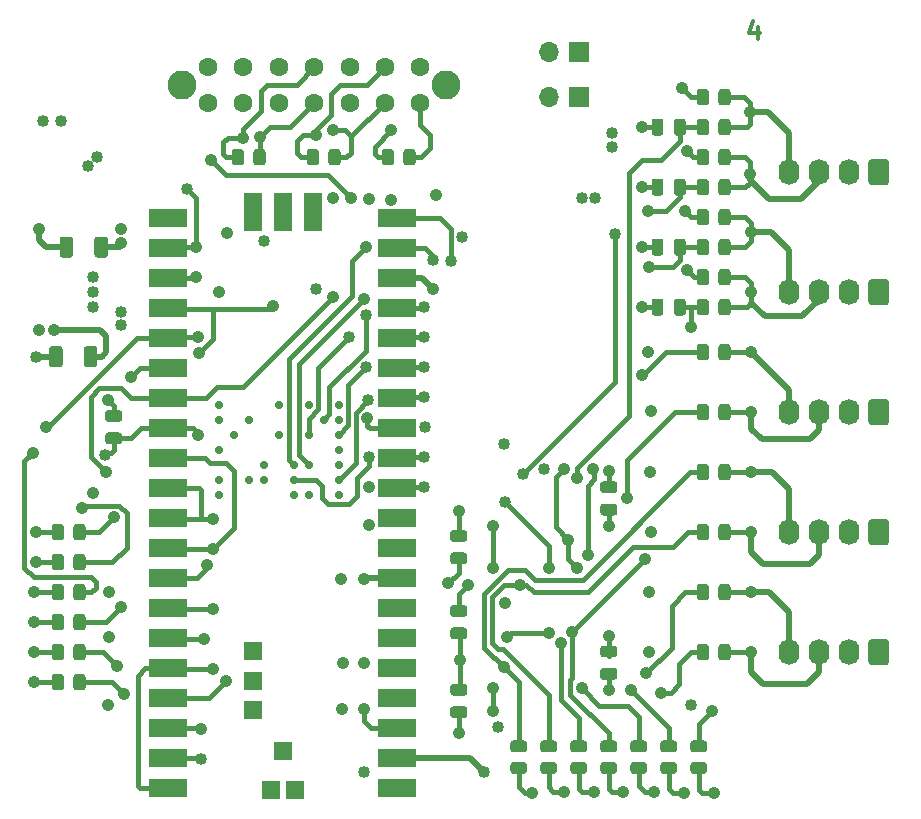
<source format=gbl>
G04 #@! TF.GenerationSoftware,KiCad,Pcbnew,5.1.12-84ad8e8a86~92~ubuntu20.04.1*
G04 #@! TF.CreationDate,2021-12-18T18:34:38-08:00*
G04 #@! TF.ProjectId,RspPiPicoIMU,52737050-6950-4696-936f-494d552e6b69,1.0*
G04 #@! TF.SameCoordinates,Original*
G04 #@! TF.FileFunction,Copper,L4,Bot*
G04 #@! TF.FilePolarity,Positive*
%FSLAX46Y46*%
G04 Gerber Fmt 4.6, Leading zero omitted, Abs format (unit mm)*
G04 Created by KiCad (PCBNEW 5.1.12-84ad8e8a86~92~ubuntu20.04.1) date 2021-12-18 18:34:38*
%MOMM*%
%LPD*%
G01*
G04 APERTURE LIST*
G04 #@! TA.AperFunction,NonConductor*
%ADD10C,0.300000*%
G04 #@! TD*
G04 #@! TA.AperFunction,ComponentPad*
%ADD11O,1.740000X2.190000*%
G04 #@! TD*
G04 #@! TA.AperFunction,ComponentPad*
%ADD12R,1.700000X1.700000*%
G04 #@! TD*
G04 #@! TA.AperFunction,ComponentPad*
%ADD13O,1.700000X1.700000*%
G04 #@! TD*
G04 #@! TA.AperFunction,WasherPad*
%ADD14C,2.460244*%
G04 #@! TD*
G04 #@! TA.AperFunction,ComponentPad*
%ADD15C,1.605000*%
G04 #@! TD*
G04 #@! TA.AperFunction,SMDPad,CuDef*
%ADD16R,1.500000X1.500000*%
G04 #@! TD*
G04 #@! TA.AperFunction,SMDPad,CuDef*
%ADD17R,1.600000X3.200000*%
G04 #@! TD*
G04 #@! TA.AperFunction,SMDPad,CuDef*
%ADD18R,3.200000X1.600000*%
G04 #@! TD*
G04 #@! TA.AperFunction,ViaPad*
%ADD19C,0.711200*%
G04 #@! TD*
G04 #@! TA.AperFunction,ViaPad*
%ADD20C,1.066800*%
G04 #@! TD*
G04 #@! TA.AperFunction,ViaPad*
%ADD21C,1.016000*%
G04 #@! TD*
G04 #@! TA.AperFunction,Conductor*
%ADD22C,0.508000*%
G04 #@! TD*
G04 #@! TA.AperFunction,Conductor*
%ADD23C,0.381000*%
G04 #@! TD*
G04 APERTURE END LIST*
D10*
X157384714Y-67750571D02*
X157384714Y-68750571D01*
X157027571Y-67179142D02*
X156670428Y-68250571D01*
X157599000Y-68250571D01*
G04 #@! TA.AperFunction,SMDPad,CuDef*
G36*
G01*
X97635000Y-118560002D02*
X97635000Y-117659998D01*
G75*
G02*
X97884998Y-117410000I249998J0D01*
G01*
X98410002Y-117410000D01*
G75*
G02*
X98660000Y-117659998I0J-249998D01*
G01*
X98660000Y-118560002D01*
G75*
G02*
X98410002Y-118810000I-249998J0D01*
G01*
X97884998Y-118810000D01*
G75*
G02*
X97635000Y-118560002I0J249998D01*
G01*
G37*
G04 #@! TD.AperFunction*
G04 #@! TA.AperFunction,SMDPad,CuDef*
G36*
G01*
X99460000Y-118560002D02*
X99460000Y-117659998D01*
G75*
G02*
X99709998Y-117410000I249998J0D01*
G01*
X100235002Y-117410000D01*
G75*
G02*
X100485000Y-117659998I0J-249998D01*
G01*
X100485000Y-118560002D01*
G75*
G02*
X100235002Y-118810000I-249998J0D01*
G01*
X99709998Y-118810000D01*
G75*
G02*
X99460000Y-118560002I0J249998D01*
G01*
G37*
G04 #@! TD.AperFunction*
G04 #@! TA.AperFunction,SMDPad,CuDef*
G36*
G01*
X102395000Y-100150000D02*
X103345000Y-100150000D01*
G75*
G02*
X103595000Y-100400000I0J-250000D01*
G01*
X103595000Y-100900000D01*
G75*
G02*
X103345000Y-101150000I-250000J0D01*
G01*
X102395000Y-101150000D01*
G75*
G02*
X102145000Y-100900000I0J250000D01*
G01*
X102145000Y-100400000D01*
G75*
G02*
X102395000Y-100150000I250000J0D01*
G01*
G37*
G04 #@! TD.AperFunction*
G04 #@! TA.AperFunction,SMDPad,CuDef*
G36*
G01*
X102395000Y-102050000D02*
X103345000Y-102050000D01*
G75*
G02*
X103595000Y-102300000I0J-250000D01*
G01*
X103595000Y-102800000D01*
G75*
G02*
X103345000Y-103050000I-250000J0D01*
G01*
X102395000Y-103050000D01*
G75*
G02*
X102145000Y-102800000I0J250000D01*
G01*
X102145000Y-102300000D01*
G75*
G02*
X102395000Y-102050000I250000J0D01*
G01*
G37*
G04 #@! TD.AperFunction*
G04 #@! TA.AperFunction,SMDPad,CuDef*
G36*
G01*
X131605000Y-112210000D02*
X132555000Y-112210000D01*
G75*
G02*
X132805000Y-112460000I0J-250000D01*
G01*
X132805000Y-112960000D01*
G75*
G02*
X132555000Y-113210000I-250000J0D01*
G01*
X131605000Y-113210000D01*
G75*
G02*
X131355000Y-112960000I0J250000D01*
G01*
X131355000Y-112460000D01*
G75*
G02*
X131605000Y-112210000I250000J0D01*
G01*
G37*
G04 #@! TD.AperFunction*
G04 #@! TA.AperFunction,SMDPad,CuDef*
G36*
G01*
X131605000Y-110310000D02*
X132555000Y-110310000D01*
G75*
G02*
X132805000Y-110560000I0J-250000D01*
G01*
X132805000Y-111060000D01*
G75*
G02*
X132555000Y-111310000I-250000J0D01*
G01*
X131605000Y-111310000D01*
G75*
G02*
X131355000Y-111060000I0J250000D01*
G01*
X131355000Y-110560000D01*
G75*
G02*
X131605000Y-110310000I250000J0D01*
G01*
G37*
G04 #@! TD.AperFunction*
G04 #@! TA.AperFunction,SMDPad,CuDef*
G36*
G01*
X150310000Y-91915000D02*
X150310000Y-90965000D01*
G75*
G02*
X150560000Y-90715000I250000J0D01*
G01*
X151060000Y-90715000D01*
G75*
G02*
X151310000Y-90965000I0J-250000D01*
G01*
X151310000Y-91915000D01*
G75*
G02*
X151060000Y-92165000I-250000J0D01*
G01*
X150560000Y-92165000D01*
G75*
G02*
X150310000Y-91915000I0J250000D01*
G01*
G37*
G04 #@! TD.AperFunction*
G04 #@! TA.AperFunction,SMDPad,CuDef*
G36*
G01*
X148410000Y-91915000D02*
X148410000Y-90965000D01*
G75*
G02*
X148660000Y-90715000I250000J0D01*
G01*
X149160000Y-90715000D01*
G75*
G02*
X149410000Y-90965000I0J-250000D01*
G01*
X149410000Y-91915000D01*
G75*
G02*
X149160000Y-92165000I-250000J0D01*
G01*
X148660000Y-92165000D01*
G75*
G02*
X148410000Y-91915000I0J250000D01*
G01*
G37*
G04 #@! TD.AperFunction*
G04 #@! TA.AperFunction,SMDPad,CuDef*
G36*
G01*
X150310000Y-86835000D02*
X150310000Y-85885000D01*
G75*
G02*
X150560000Y-85635000I250000J0D01*
G01*
X151060000Y-85635000D01*
G75*
G02*
X151310000Y-85885000I0J-250000D01*
G01*
X151310000Y-86835000D01*
G75*
G02*
X151060000Y-87085000I-250000J0D01*
G01*
X150560000Y-87085000D01*
G75*
G02*
X150310000Y-86835000I0J250000D01*
G01*
G37*
G04 #@! TD.AperFunction*
G04 #@! TA.AperFunction,SMDPad,CuDef*
G36*
G01*
X148410000Y-86835000D02*
X148410000Y-85885000D01*
G75*
G02*
X148660000Y-85635000I250000J0D01*
G01*
X149160000Y-85635000D01*
G75*
G02*
X149410000Y-85885000I0J-250000D01*
G01*
X149410000Y-86835000D01*
G75*
G02*
X149160000Y-87085000I-250000J0D01*
G01*
X148660000Y-87085000D01*
G75*
G02*
X148410000Y-86835000I0J250000D01*
G01*
G37*
G04 #@! TD.AperFunction*
G04 #@! TA.AperFunction,SMDPad,CuDef*
G36*
G01*
X148410000Y-81755000D02*
X148410000Y-80805000D01*
G75*
G02*
X148660000Y-80555000I250000J0D01*
G01*
X149160000Y-80555000D01*
G75*
G02*
X149410000Y-80805000I0J-250000D01*
G01*
X149410000Y-81755000D01*
G75*
G02*
X149160000Y-82005000I-250000J0D01*
G01*
X148660000Y-82005000D01*
G75*
G02*
X148410000Y-81755000I0J250000D01*
G01*
G37*
G04 #@! TD.AperFunction*
G04 #@! TA.AperFunction,SMDPad,CuDef*
G36*
G01*
X150310000Y-81755000D02*
X150310000Y-80805000D01*
G75*
G02*
X150560000Y-80555000I250000J0D01*
G01*
X151060000Y-80555000D01*
G75*
G02*
X151310000Y-80805000I0J-250000D01*
G01*
X151310000Y-81755000D01*
G75*
G02*
X151060000Y-82005000I-250000J0D01*
G01*
X150560000Y-82005000D01*
G75*
G02*
X150310000Y-81755000I0J250000D01*
G01*
G37*
G04 #@! TD.AperFunction*
G04 #@! TA.AperFunction,SMDPad,CuDef*
G36*
G01*
X150310000Y-76675000D02*
X150310000Y-75725000D01*
G75*
G02*
X150560000Y-75475000I250000J0D01*
G01*
X151060000Y-75475000D01*
G75*
G02*
X151310000Y-75725000I0J-250000D01*
G01*
X151310000Y-76675000D01*
G75*
G02*
X151060000Y-76925000I-250000J0D01*
G01*
X150560000Y-76925000D01*
G75*
G02*
X150310000Y-76675000I0J250000D01*
G01*
G37*
G04 #@! TD.AperFunction*
G04 #@! TA.AperFunction,SMDPad,CuDef*
G36*
G01*
X148410000Y-76675000D02*
X148410000Y-75725000D01*
G75*
G02*
X148660000Y-75475000I250000J0D01*
G01*
X149160000Y-75475000D01*
G75*
G02*
X149410000Y-75725000I0J-250000D01*
G01*
X149410000Y-76675000D01*
G75*
G02*
X149160000Y-76925000I-250000J0D01*
G01*
X148660000Y-76925000D01*
G75*
G02*
X148410000Y-76675000I0J250000D01*
G01*
G37*
G04 #@! TD.AperFunction*
G04 #@! TA.AperFunction,SMDPad,CuDef*
G36*
G01*
X145255000Y-121089000D02*
X144305000Y-121089000D01*
G75*
G02*
X144055000Y-120839000I0J250000D01*
G01*
X144055000Y-120339000D01*
G75*
G02*
X144305000Y-120089000I250000J0D01*
G01*
X145255000Y-120089000D01*
G75*
G02*
X145505000Y-120339000I0J-250000D01*
G01*
X145505000Y-120839000D01*
G75*
G02*
X145255000Y-121089000I-250000J0D01*
G01*
G37*
G04 #@! TD.AperFunction*
G04 #@! TA.AperFunction,SMDPad,CuDef*
G36*
G01*
X145255000Y-122989000D02*
X144305000Y-122989000D01*
G75*
G02*
X144055000Y-122739000I0J250000D01*
G01*
X144055000Y-122239000D01*
G75*
G02*
X144305000Y-121989000I250000J0D01*
G01*
X145255000Y-121989000D01*
G75*
G02*
X145505000Y-122239000I0J-250000D01*
G01*
X145505000Y-122739000D01*
G75*
G02*
X145255000Y-122989000I-250000J0D01*
G01*
G37*
G04 #@! TD.AperFunction*
G04 #@! TA.AperFunction,SMDPad,CuDef*
G36*
G01*
X132555000Y-126230000D02*
X131605000Y-126230000D01*
G75*
G02*
X131355000Y-125980000I0J250000D01*
G01*
X131355000Y-125480000D01*
G75*
G02*
X131605000Y-125230000I250000J0D01*
G01*
X132555000Y-125230000D01*
G75*
G02*
X132805000Y-125480000I0J-250000D01*
G01*
X132805000Y-125980000D01*
G75*
G02*
X132555000Y-126230000I-250000J0D01*
G01*
G37*
G04 #@! TD.AperFunction*
G04 #@! TA.AperFunction,SMDPad,CuDef*
G36*
G01*
X132555000Y-124330000D02*
X131605000Y-124330000D01*
G75*
G02*
X131355000Y-124080000I0J250000D01*
G01*
X131355000Y-123580000D01*
G75*
G02*
X131605000Y-123330000I250000J0D01*
G01*
X132555000Y-123330000D01*
G75*
G02*
X132805000Y-123580000I0J-250000D01*
G01*
X132805000Y-124080000D01*
G75*
G02*
X132555000Y-124330000I-250000J0D01*
G01*
G37*
G04 #@! TD.AperFunction*
G04 #@! TA.AperFunction,SMDPad,CuDef*
G36*
G01*
X131605000Y-116660000D02*
X132555000Y-116660000D01*
G75*
G02*
X132805000Y-116910000I0J-250000D01*
G01*
X132805000Y-117410000D01*
G75*
G02*
X132555000Y-117660000I-250000J0D01*
G01*
X131605000Y-117660000D01*
G75*
G02*
X131355000Y-117410000I0J250000D01*
G01*
X131355000Y-116910000D01*
G75*
G02*
X131605000Y-116660000I250000J0D01*
G01*
G37*
G04 #@! TD.AperFunction*
G04 #@! TA.AperFunction,SMDPad,CuDef*
G36*
G01*
X131605000Y-118560000D02*
X132555000Y-118560000D01*
G75*
G02*
X132805000Y-118810000I0J-250000D01*
G01*
X132805000Y-119310000D01*
G75*
G02*
X132555000Y-119560000I-250000J0D01*
G01*
X131605000Y-119560000D01*
G75*
G02*
X131355000Y-119310000I0J250000D01*
G01*
X131355000Y-118810000D01*
G75*
G02*
X131605000Y-118560000I250000J0D01*
G01*
G37*
G04 #@! TD.AperFunction*
G04 #@! TA.AperFunction,SMDPad,CuDef*
G36*
G01*
X144305000Y-106180000D02*
X145255000Y-106180000D01*
G75*
G02*
X145505000Y-106430000I0J-250000D01*
G01*
X145505000Y-106930000D01*
G75*
G02*
X145255000Y-107180000I-250000J0D01*
G01*
X144305000Y-107180000D01*
G75*
G02*
X144055000Y-106930000I0J250000D01*
G01*
X144055000Y-106430000D01*
G75*
G02*
X144305000Y-106180000I250000J0D01*
G01*
G37*
G04 #@! TD.AperFunction*
G04 #@! TA.AperFunction,SMDPad,CuDef*
G36*
G01*
X144305000Y-108080000D02*
X145255000Y-108080000D01*
G75*
G02*
X145505000Y-108330000I0J-250000D01*
G01*
X145505000Y-108830000D01*
G75*
G02*
X145255000Y-109080000I-250000J0D01*
G01*
X144305000Y-109080000D01*
G75*
G02*
X144055000Y-108830000I0J250000D01*
G01*
X144055000Y-108330000D01*
G75*
G02*
X144305000Y-108080000I250000J0D01*
G01*
G37*
G04 #@! TD.AperFunction*
G04 #@! TA.AperFunction,SMDPad,CuDef*
G36*
G01*
X97391000Y-96281001D02*
X97391000Y-94980999D01*
G75*
G02*
X97640999Y-94731000I249999J0D01*
G01*
X98291001Y-94731000D01*
G75*
G02*
X98541000Y-94980999I0J-249999D01*
G01*
X98541000Y-96281001D01*
G75*
G02*
X98291001Y-96531000I-249999J0D01*
G01*
X97640999Y-96531000D01*
G75*
G02*
X97391000Y-96281001I0J249999D01*
G01*
G37*
G04 #@! TD.AperFunction*
G04 #@! TA.AperFunction,SMDPad,CuDef*
G36*
G01*
X100341000Y-96281001D02*
X100341000Y-94980999D01*
G75*
G02*
X100590999Y-94731000I249999J0D01*
G01*
X101241001Y-94731000D01*
G75*
G02*
X101491000Y-94980999I0J-249999D01*
G01*
X101491000Y-96281001D01*
G75*
G02*
X101241001Y-96531000I-249999J0D01*
G01*
X100590999Y-96531000D01*
G75*
G02*
X100341000Y-96281001I0J249999D01*
G01*
G37*
G04 #@! TD.AperFunction*
G04 #@! TA.AperFunction,SMDPad,CuDef*
G36*
G01*
X101230000Y-87010001D02*
X101230000Y-85709999D01*
G75*
G02*
X101479999Y-85460000I249999J0D01*
G01*
X102130001Y-85460000D01*
G75*
G02*
X102380000Y-85709999I0J-249999D01*
G01*
X102380000Y-87010001D01*
G75*
G02*
X102130001Y-87260000I-249999J0D01*
G01*
X101479999Y-87260000D01*
G75*
G02*
X101230000Y-87010001I0J249999D01*
G01*
G37*
G04 #@! TD.AperFunction*
G04 #@! TA.AperFunction,SMDPad,CuDef*
G36*
G01*
X98280000Y-87010001D02*
X98280000Y-85709999D01*
G75*
G02*
X98529999Y-85460000I249999J0D01*
G01*
X99180001Y-85460000D01*
G75*
G02*
X99430000Y-85709999I0J-249999D01*
G01*
X99430000Y-87010001D01*
G75*
G02*
X99180001Y-87260000I-249999J0D01*
G01*
X98529999Y-87260000D01*
G75*
G02*
X98280000Y-87010001I0J249999D01*
G01*
G37*
G04 #@! TD.AperFunction*
G04 #@! TA.AperFunction,ComponentPad*
G36*
G01*
X168510000Y-89324999D02*
X168510000Y-91015001D01*
G75*
G02*
X168260001Y-91265000I-249999J0D01*
G01*
X167019999Y-91265000D01*
G75*
G02*
X166770000Y-91015001I0J249999D01*
G01*
X166770000Y-89324999D01*
G75*
G02*
X167019999Y-89075000I249999J0D01*
G01*
X168260001Y-89075000D01*
G75*
G02*
X168510000Y-89324999I0J-249999D01*
G01*
G37*
G04 #@! TD.AperFunction*
D11*
X165100000Y-90170000D03*
X162560000Y-90170000D03*
X160020000Y-90170000D03*
X160020000Y-80010000D03*
X162560000Y-80010000D03*
X165100000Y-80010000D03*
G04 #@! TA.AperFunction,ComponentPad*
G36*
G01*
X168510000Y-79164999D02*
X168510000Y-80855001D01*
G75*
G02*
X168260001Y-81105000I-249999J0D01*
G01*
X167019999Y-81105000D01*
G75*
G02*
X166770000Y-80855001I0J249999D01*
G01*
X166770000Y-79164999D01*
G75*
G02*
X167019999Y-78915000I249999J0D01*
G01*
X168260001Y-78915000D01*
G75*
G02*
X168510000Y-79164999I0J-249999D01*
G01*
G37*
G04 #@! TD.AperFunction*
X160020000Y-100330000D03*
X162560000Y-100330000D03*
X165100000Y-100330000D03*
G04 #@! TA.AperFunction,ComponentPad*
G36*
G01*
X168510000Y-99484999D02*
X168510000Y-101175001D01*
G75*
G02*
X168260001Y-101425000I-249999J0D01*
G01*
X167019999Y-101425000D01*
G75*
G02*
X166770000Y-101175001I0J249999D01*
G01*
X166770000Y-99484999D01*
G75*
G02*
X167019999Y-99235000I249999J0D01*
G01*
X168260001Y-99235000D01*
G75*
G02*
X168510000Y-99484999I0J-249999D01*
G01*
G37*
G04 #@! TD.AperFunction*
G04 #@! TA.AperFunction,ComponentPad*
G36*
G01*
X168510000Y-109644999D02*
X168510000Y-111335001D01*
G75*
G02*
X168260001Y-111585000I-249999J0D01*
G01*
X167019999Y-111585000D01*
G75*
G02*
X166770000Y-111335001I0J249999D01*
G01*
X166770000Y-109644999D01*
G75*
G02*
X167019999Y-109395000I249999J0D01*
G01*
X168260001Y-109395000D01*
G75*
G02*
X168510000Y-109644999I0J-249999D01*
G01*
G37*
G04 #@! TD.AperFunction*
X165100000Y-110490000D03*
X162560000Y-110490000D03*
X160020000Y-110490000D03*
G04 #@! TA.AperFunction,ComponentPad*
G36*
G01*
X168510000Y-119804999D02*
X168510000Y-121495001D01*
G75*
G02*
X168260001Y-121745000I-249999J0D01*
G01*
X167019999Y-121745000D01*
G75*
G02*
X166770000Y-121495001I0J249999D01*
G01*
X166770000Y-119804999D01*
G75*
G02*
X167019999Y-119555000I249999J0D01*
G01*
X168260001Y-119555000D01*
G75*
G02*
X168510000Y-119804999I0J-249999D01*
G01*
G37*
G04 #@! TD.AperFunction*
X165100000Y-120650000D03*
X162560000Y-120650000D03*
X160020000Y-120650000D03*
D12*
X142240000Y-69850000D03*
D13*
X139700000Y-69850000D03*
X139700000Y-73660000D03*
D12*
X142240000Y-73660000D03*
G04 #@! TA.AperFunction,SMDPad,CuDef*
G36*
G01*
X114700000Y-79190002D02*
X114700000Y-78289998D01*
G75*
G02*
X114949998Y-78040000I249998J0D01*
G01*
X115475002Y-78040000D01*
G75*
G02*
X115725000Y-78289998I0J-249998D01*
G01*
X115725000Y-79190002D01*
G75*
G02*
X115475002Y-79440000I-249998J0D01*
G01*
X114949998Y-79440000D01*
G75*
G02*
X114700000Y-79190002I0J249998D01*
G01*
G37*
G04 #@! TD.AperFunction*
G04 #@! TA.AperFunction,SMDPad,CuDef*
G36*
G01*
X112875000Y-79190002D02*
X112875000Y-78289998D01*
G75*
G02*
X113124998Y-78040000I249998J0D01*
G01*
X113650002Y-78040000D01*
G75*
G02*
X113900000Y-78289998I0J-249998D01*
G01*
X113900000Y-79190002D01*
G75*
G02*
X113650002Y-79440000I-249998J0D01*
G01*
X113124998Y-79440000D01*
G75*
G02*
X112875000Y-79190002I0J249998D01*
G01*
G37*
G04 #@! TD.AperFunction*
G04 #@! TA.AperFunction,SMDPad,CuDef*
G36*
G01*
X99460000Y-116020002D02*
X99460000Y-115119998D01*
G75*
G02*
X99709998Y-114870000I249998J0D01*
G01*
X100235002Y-114870000D01*
G75*
G02*
X100485000Y-115119998I0J-249998D01*
G01*
X100485000Y-116020002D01*
G75*
G02*
X100235002Y-116270000I-249998J0D01*
G01*
X99709998Y-116270000D01*
G75*
G02*
X99460000Y-116020002I0J249998D01*
G01*
G37*
G04 #@! TD.AperFunction*
G04 #@! TA.AperFunction,SMDPad,CuDef*
G36*
G01*
X97635000Y-116020002D02*
X97635000Y-115119998D01*
G75*
G02*
X97884998Y-114870000I249998J0D01*
G01*
X98410002Y-114870000D01*
G75*
G02*
X98660000Y-115119998I0J-249998D01*
G01*
X98660000Y-116020002D01*
G75*
G02*
X98410002Y-116270000I-249998J0D01*
G01*
X97884998Y-116270000D01*
G75*
G02*
X97635000Y-116020002I0J249998D01*
G01*
G37*
G04 #@! TD.AperFunction*
G04 #@! TA.AperFunction,SMDPad,CuDef*
G36*
G01*
X97635000Y-113480002D02*
X97635000Y-112579998D01*
G75*
G02*
X97884998Y-112330000I249998J0D01*
G01*
X98410002Y-112330000D01*
G75*
G02*
X98660000Y-112579998I0J-249998D01*
G01*
X98660000Y-113480002D01*
G75*
G02*
X98410002Y-113730000I-249998J0D01*
G01*
X97884998Y-113730000D01*
G75*
G02*
X97635000Y-113480002I0J249998D01*
G01*
G37*
G04 #@! TD.AperFunction*
G04 #@! TA.AperFunction,SMDPad,CuDef*
G36*
G01*
X99460000Y-113480002D02*
X99460000Y-112579998D01*
G75*
G02*
X99709998Y-112330000I249998J0D01*
G01*
X100235002Y-112330000D01*
G75*
G02*
X100485000Y-112579998I0J-249998D01*
G01*
X100485000Y-113480002D01*
G75*
G02*
X100235002Y-113730000I-249998J0D01*
G01*
X99709998Y-113730000D01*
G75*
G02*
X99460000Y-113480002I0J249998D01*
G01*
G37*
G04 #@! TD.AperFunction*
G04 #@! TA.AperFunction,SMDPad,CuDef*
G36*
G01*
X99460000Y-110940002D02*
X99460000Y-110039998D01*
G75*
G02*
X99709998Y-109790000I249998J0D01*
G01*
X100235002Y-109790000D01*
G75*
G02*
X100485000Y-110039998I0J-249998D01*
G01*
X100485000Y-110940002D01*
G75*
G02*
X100235002Y-111190000I-249998J0D01*
G01*
X99709998Y-111190000D01*
G75*
G02*
X99460000Y-110940002I0J249998D01*
G01*
G37*
G04 #@! TD.AperFunction*
G04 #@! TA.AperFunction,SMDPad,CuDef*
G36*
G01*
X97635000Y-110940002D02*
X97635000Y-110039998D01*
G75*
G02*
X97884998Y-109790000I249998J0D01*
G01*
X98410002Y-109790000D01*
G75*
G02*
X98660000Y-110039998I0J-249998D01*
G01*
X98660000Y-110940002D01*
G75*
G02*
X98410002Y-111190000I-249998J0D01*
G01*
X97884998Y-111190000D01*
G75*
G02*
X97635000Y-110940002I0J249998D01*
G01*
G37*
G04 #@! TD.AperFunction*
G04 #@! TA.AperFunction,SMDPad,CuDef*
G36*
G01*
X99460000Y-121100002D02*
X99460000Y-120199998D01*
G75*
G02*
X99709998Y-119950000I249998J0D01*
G01*
X100235002Y-119950000D01*
G75*
G02*
X100485000Y-120199998I0J-249998D01*
G01*
X100485000Y-121100002D01*
G75*
G02*
X100235002Y-121350000I-249998J0D01*
G01*
X99709998Y-121350000D01*
G75*
G02*
X99460000Y-121100002I0J249998D01*
G01*
G37*
G04 #@! TD.AperFunction*
G04 #@! TA.AperFunction,SMDPad,CuDef*
G36*
G01*
X97635000Y-121100002D02*
X97635000Y-120199998D01*
G75*
G02*
X97884998Y-119950000I249998J0D01*
G01*
X98410002Y-119950000D01*
G75*
G02*
X98660000Y-120199998I0J-249998D01*
G01*
X98660000Y-121100002D01*
G75*
G02*
X98410002Y-121350000I-249998J0D01*
G01*
X97884998Y-121350000D01*
G75*
G02*
X97635000Y-121100002I0J249998D01*
G01*
G37*
G04 #@! TD.AperFunction*
G04 #@! TA.AperFunction,SMDPad,CuDef*
G36*
G01*
X119225000Y-79190002D02*
X119225000Y-78289998D01*
G75*
G02*
X119474998Y-78040000I249998J0D01*
G01*
X120000002Y-78040000D01*
G75*
G02*
X120250000Y-78289998I0J-249998D01*
G01*
X120250000Y-79190002D01*
G75*
G02*
X120000002Y-79440000I-249998J0D01*
G01*
X119474998Y-79440000D01*
G75*
G02*
X119225000Y-79190002I0J249998D01*
G01*
G37*
G04 #@! TD.AperFunction*
G04 #@! TA.AperFunction,SMDPad,CuDef*
G36*
G01*
X121050000Y-79190002D02*
X121050000Y-78289998D01*
G75*
G02*
X121299998Y-78040000I249998J0D01*
G01*
X121825002Y-78040000D01*
G75*
G02*
X122075000Y-78289998I0J-249998D01*
G01*
X122075000Y-79190002D01*
G75*
G02*
X121825002Y-79440000I-249998J0D01*
G01*
X121299998Y-79440000D01*
G75*
G02*
X121050000Y-79190002I0J249998D01*
G01*
G37*
G04 #@! TD.AperFunction*
G04 #@! TA.AperFunction,SMDPad,CuDef*
G36*
G01*
X127400000Y-79190002D02*
X127400000Y-78289998D01*
G75*
G02*
X127649998Y-78040000I249998J0D01*
G01*
X128175002Y-78040000D01*
G75*
G02*
X128425000Y-78289998I0J-249998D01*
G01*
X128425000Y-79190002D01*
G75*
G02*
X128175002Y-79440000I-249998J0D01*
G01*
X127649998Y-79440000D01*
G75*
G02*
X127400000Y-79190002I0J249998D01*
G01*
G37*
G04 #@! TD.AperFunction*
G04 #@! TA.AperFunction,SMDPad,CuDef*
G36*
G01*
X125575000Y-79190002D02*
X125575000Y-78289998D01*
G75*
G02*
X125824998Y-78040000I249998J0D01*
G01*
X126350002Y-78040000D01*
G75*
G02*
X126600000Y-78289998I0J-249998D01*
G01*
X126600000Y-79190002D01*
G75*
G02*
X126350002Y-79440000I-249998J0D01*
G01*
X125824998Y-79440000D01*
G75*
G02*
X125575000Y-79190002I0J249998D01*
G01*
G37*
G04 #@! TD.AperFunction*
G04 #@! TA.AperFunction,SMDPad,CuDef*
G36*
G01*
X153270000Y-88449998D02*
X153270000Y-89350002D01*
G75*
G02*
X153020002Y-89600000I-249998J0D01*
G01*
X152494998Y-89600000D01*
G75*
G02*
X152245000Y-89350002I0J249998D01*
G01*
X152245000Y-88449998D01*
G75*
G02*
X152494998Y-88200000I249998J0D01*
G01*
X153020002Y-88200000D01*
G75*
G02*
X153270000Y-88449998I0J-249998D01*
G01*
G37*
G04 #@! TD.AperFunction*
G04 #@! TA.AperFunction,SMDPad,CuDef*
G36*
G01*
X155095000Y-88449998D02*
X155095000Y-89350002D01*
G75*
G02*
X154845002Y-89600000I-249998J0D01*
G01*
X154319998Y-89600000D01*
G75*
G02*
X154070000Y-89350002I0J249998D01*
G01*
X154070000Y-88449998D01*
G75*
G02*
X154319998Y-88200000I249998J0D01*
G01*
X154845002Y-88200000D01*
G75*
G02*
X155095000Y-88449998I0J-249998D01*
G01*
G37*
G04 #@! TD.AperFunction*
G04 #@! TA.AperFunction,SMDPad,CuDef*
G36*
G01*
X153270000Y-83369998D02*
X153270000Y-84270002D01*
G75*
G02*
X153020002Y-84520000I-249998J0D01*
G01*
X152494998Y-84520000D01*
G75*
G02*
X152245000Y-84270002I0J249998D01*
G01*
X152245000Y-83369998D01*
G75*
G02*
X152494998Y-83120000I249998J0D01*
G01*
X153020002Y-83120000D01*
G75*
G02*
X153270000Y-83369998I0J-249998D01*
G01*
G37*
G04 #@! TD.AperFunction*
G04 #@! TA.AperFunction,SMDPad,CuDef*
G36*
G01*
X155095000Y-83369998D02*
X155095000Y-84270002D01*
G75*
G02*
X154845002Y-84520000I-249998J0D01*
G01*
X154319998Y-84520000D01*
G75*
G02*
X154070000Y-84270002I0J249998D01*
G01*
X154070000Y-83369998D01*
G75*
G02*
X154319998Y-83120000I249998J0D01*
G01*
X154845002Y-83120000D01*
G75*
G02*
X155095000Y-83369998I0J-249998D01*
G01*
G37*
G04 #@! TD.AperFunction*
G04 #@! TA.AperFunction,SMDPad,CuDef*
G36*
G01*
X155095000Y-78289998D02*
X155095000Y-79190002D01*
G75*
G02*
X154845002Y-79440000I-249998J0D01*
G01*
X154319998Y-79440000D01*
G75*
G02*
X154070000Y-79190002I0J249998D01*
G01*
X154070000Y-78289998D01*
G75*
G02*
X154319998Y-78040000I249998J0D01*
G01*
X154845002Y-78040000D01*
G75*
G02*
X155095000Y-78289998I0J-249998D01*
G01*
G37*
G04 #@! TD.AperFunction*
G04 #@! TA.AperFunction,SMDPad,CuDef*
G36*
G01*
X153270000Y-78289998D02*
X153270000Y-79190002D01*
G75*
G02*
X153020002Y-79440000I-249998J0D01*
G01*
X152494998Y-79440000D01*
G75*
G02*
X152245000Y-79190002I0J249998D01*
G01*
X152245000Y-78289998D01*
G75*
G02*
X152494998Y-78040000I249998J0D01*
G01*
X153020002Y-78040000D01*
G75*
G02*
X153270000Y-78289998I0J-249998D01*
G01*
G37*
G04 #@! TD.AperFunction*
G04 #@! TA.AperFunction,SMDPad,CuDef*
G36*
G01*
X153270000Y-73209998D02*
X153270000Y-74110002D01*
G75*
G02*
X153020002Y-74360000I-249998J0D01*
G01*
X152494998Y-74360000D01*
G75*
G02*
X152245000Y-74110002I0J249998D01*
G01*
X152245000Y-73209998D01*
G75*
G02*
X152494998Y-72960000I249998J0D01*
G01*
X153020002Y-72960000D01*
G75*
G02*
X153270000Y-73209998I0J-249998D01*
G01*
G37*
G04 #@! TD.AperFunction*
G04 #@! TA.AperFunction,SMDPad,CuDef*
G36*
G01*
X155095000Y-73209998D02*
X155095000Y-74110002D01*
G75*
G02*
X154845002Y-74360000I-249998J0D01*
G01*
X154319998Y-74360000D01*
G75*
G02*
X154070000Y-74110002I0J249998D01*
G01*
X154070000Y-73209998D01*
G75*
G02*
X154319998Y-72960000I249998J0D01*
G01*
X154845002Y-72960000D01*
G75*
G02*
X155095000Y-73209998I0J-249998D01*
G01*
G37*
G04 #@! TD.AperFunction*
G04 #@! TA.AperFunction,SMDPad,CuDef*
G36*
G01*
X153270000Y-90989998D02*
X153270000Y-91890002D01*
G75*
G02*
X153020002Y-92140000I-249998J0D01*
G01*
X152494998Y-92140000D01*
G75*
G02*
X152245000Y-91890002I0J249998D01*
G01*
X152245000Y-90989998D01*
G75*
G02*
X152494998Y-90740000I249998J0D01*
G01*
X153020002Y-90740000D01*
G75*
G02*
X153270000Y-90989998I0J-249998D01*
G01*
G37*
G04 #@! TD.AperFunction*
G04 #@! TA.AperFunction,SMDPad,CuDef*
G36*
G01*
X155095000Y-90989998D02*
X155095000Y-91890002D01*
G75*
G02*
X154845002Y-92140000I-249998J0D01*
G01*
X154319998Y-92140000D01*
G75*
G02*
X154070000Y-91890002I0J249998D01*
G01*
X154070000Y-90989998D01*
G75*
G02*
X154319998Y-90740000I249998J0D01*
G01*
X154845002Y-90740000D01*
G75*
G02*
X155095000Y-90989998I0J-249998D01*
G01*
G37*
G04 #@! TD.AperFunction*
G04 #@! TA.AperFunction,SMDPad,CuDef*
G36*
G01*
X155095000Y-85909998D02*
X155095000Y-86810002D01*
G75*
G02*
X154845002Y-87060000I-249998J0D01*
G01*
X154319998Y-87060000D01*
G75*
G02*
X154070000Y-86810002I0J249998D01*
G01*
X154070000Y-85909998D01*
G75*
G02*
X154319998Y-85660000I249998J0D01*
G01*
X154845002Y-85660000D01*
G75*
G02*
X155095000Y-85909998I0J-249998D01*
G01*
G37*
G04 #@! TD.AperFunction*
G04 #@! TA.AperFunction,SMDPad,CuDef*
G36*
G01*
X153270000Y-85909998D02*
X153270000Y-86810002D01*
G75*
G02*
X153020002Y-87060000I-249998J0D01*
G01*
X152494998Y-87060000D01*
G75*
G02*
X152245000Y-86810002I0J249998D01*
G01*
X152245000Y-85909998D01*
G75*
G02*
X152494998Y-85660000I249998J0D01*
G01*
X153020002Y-85660000D01*
G75*
G02*
X153270000Y-85909998I0J-249998D01*
G01*
G37*
G04 #@! TD.AperFunction*
G04 #@! TA.AperFunction,SMDPad,CuDef*
G36*
G01*
X155095000Y-80829998D02*
X155095000Y-81730002D01*
G75*
G02*
X154845002Y-81980000I-249998J0D01*
G01*
X154319998Y-81980000D01*
G75*
G02*
X154070000Y-81730002I0J249998D01*
G01*
X154070000Y-80829998D01*
G75*
G02*
X154319998Y-80580000I249998J0D01*
G01*
X154845002Y-80580000D01*
G75*
G02*
X155095000Y-80829998I0J-249998D01*
G01*
G37*
G04 #@! TD.AperFunction*
G04 #@! TA.AperFunction,SMDPad,CuDef*
G36*
G01*
X153270000Y-80829998D02*
X153270000Y-81730002D01*
G75*
G02*
X153020002Y-81980000I-249998J0D01*
G01*
X152494998Y-81980000D01*
G75*
G02*
X152245000Y-81730002I0J249998D01*
G01*
X152245000Y-80829998D01*
G75*
G02*
X152494998Y-80580000I249998J0D01*
G01*
X153020002Y-80580000D01*
G75*
G02*
X153270000Y-80829998I0J-249998D01*
G01*
G37*
G04 #@! TD.AperFunction*
G04 #@! TA.AperFunction,SMDPad,CuDef*
G36*
G01*
X153270000Y-75749998D02*
X153270000Y-76650002D01*
G75*
G02*
X153020002Y-76900000I-249998J0D01*
G01*
X152494998Y-76900000D01*
G75*
G02*
X152245000Y-76650002I0J249998D01*
G01*
X152245000Y-75749998D01*
G75*
G02*
X152494998Y-75500000I249998J0D01*
G01*
X153020002Y-75500000D01*
G75*
G02*
X153270000Y-75749998I0J-249998D01*
G01*
G37*
G04 #@! TD.AperFunction*
G04 #@! TA.AperFunction,SMDPad,CuDef*
G36*
G01*
X155095000Y-75749998D02*
X155095000Y-76650002D01*
G75*
G02*
X154845002Y-76900000I-249998J0D01*
G01*
X154319998Y-76900000D01*
G75*
G02*
X154070000Y-76650002I0J249998D01*
G01*
X154070000Y-75749998D01*
G75*
G02*
X154319998Y-75500000I249998J0D01*
G01*
X154845002Y-75500000D01*
G75*
G02*
X155095000Y-75749998I0J-249998D01*
G01*
G37*
G04 #@! TD.AperFunction*
G04 #@! TA.AperFunction,SMDPad,CuDef*
G36*
G01*
X155095000Y-99879998D02*
X155095000Y-100780002D01*
G75*
G02*
X154845002Y-101030000I-249998J0D01*
G01*
X154319998Y-101030000D01*
G75*
G02*
X154070000Y-100780002I0J249998D01*
G01*
X154070000Y-99879998D01*
G75*
G02*
X154319998Y-99630000I249998J0D01*
G01*
X154845002Y-99630000D01*
G75*
G02*
X155095000Y-99879998I0J-249998D01*
G01*
G37*
G04 #@! TD.AperFunction*
G04 #@! TA.AperFunction,SMDPad,CuDef*
G36*
G01*
X153270000Y-99879998D02*
X153270000Y-100780002D01*
G75*
G02*
X153020002Y-101030000I-249998J0D01*
G01*
X152494998Y-101030000D01*
G75*
G02*
X152245000Y-100780002I0J249998D01*
G01*
X152245000Y-99879998D01*
G75*
G02*
X152494998Y-99630000I249998J0D01*
G01*
X153020002Y-99630000D01*
G75*
G02*
X153270000Y-99879998I0J-249998D01*
G01*
G37*
G04 #@! TD.AperFunction*
G04 #@! TA.AperFunction,SMDPad,CuDef*
G36*
G01*
X153270000Y-94799998D02*
X153270000Y-95700002D01*
G75*
G02*
X153020002Y-95950000I-249998J0D01*
G01*
X152494998Y-95950000D01*
G75*
G02*
X152245000Y-95700002I0J249998D01*
G01*
X152245000Y-94799998D01*
G75*
G02*
X152494998Y-94550000I249998J0D01*
G01*
X153020002Y-94550000D01*
G75*
G02*
X153270000Y-94799998I0J-249998D01*
G01*
G37*
G04 #@! TD.AperFunction*
G04 #@! TA.AperFunction,SMDPad,CuDef*
G36*
G01*
X155095000Y-94799998D02*
X155095000Y-95700002D01*
G75*
G02*
X154845002Y-95950000I-249998J0D01*
G01*
X154319998Y-95950000D01*
G75*
G02*
X154070000Y-95700002I0J249998D01*
G01*
X154070000Y-94799998D01*
G75*
G02*
X154319998Y-94550000I249998J0D01*
G01*
X154845002Y-94550000D01*
G75*
G02*
X155095000Y-94799998I0J-249998D01*
G01*
G37*
G04 #@! TD.AperFunction*
G04 #@! TA.AperFunction,SMDPad,CuDef*
G36*
G01*
X155095000Y-110039998D02*
X155095000Y-110940002D01*
G75*
G02*
X154845002Y-111190000I-249998J0D01*
G01*
X154319998Y-111190000D01*
G75*
G02*
X154070000Y-110940002I0J249998D01*
G01*
X154070000Y-110039998D01*
G75*
G02*
X154319998Y-109790000I249998J0D01*
G01*
X154845002Y-109790000D01*
G75*
G02*
X155095000Y-110039998I0J-249998D01*
G01*
G37*
G04 #@! TD.AperFunction*
G04 #@! TA.AperFunction,SMDPad,CuDef*
G36*
G01*
X153270000Y-110039998D02*
X153270000Y-110940002D01*
G75*
G02*
X153020002Y-111190000I-249998J0D01*
G01*
X152494998Y-111190000D01*
G75*
G02*
X152245000Y-110940002I0J249998D01*
G01*
X152245000Y-110039998D01*
G75*
G02*
X152494998Y-109790000I249998J0D01*
G01*
X153020002Y-109790000D01*
G75*
G02*
X153270000Y-110039998I0J-249998D01*
G01*
G37*
G04 #@! TD.AperFunction*
G04 #@! TA.AperFunction,SMDPad,CuDef*
G36*
G01*
X153270000Y-104959998D02*
X153270000Y-105860002D01*
G75*
G02*
X153020002Y-106110000I-249998J0D01*
G01*
X152494998Y-106110000D01*
G75*
G02*
X152245000Y-105860002I0J249998D01*
G01*
X152245000Y-104959998D01*
G75*
G02*
X152494998Y-104710000I249998J0D01*
G01*
X153020002Y-104710000D01*
G75*
G02*
X153270000Y-104959998I0J-249998D01*
G01*
G37*
G04 #@! TD.AperFunction*
G04 #@! TA.AperFunction,SMDPad,CuDef*
G36*
G01*
X155095000Y-104959998D02*
X155095000Y-105860002D01*
G75*
G02*
X154845002Y-106110000I-249998J0D01*
G01*
X154319998Y-106110000D01*
G75*
G02*
X154070000Y-105860002I0J249998D01*
G01*
X154070000Y-104959998D01*
G75*
G02*
X154319998Y-104710000I249998J0D01*
G01*
X154845002Y-104710000D01*
G75*
G02*
X155095000Y-104959998I0J-249998D01*
G01*
G37*
G04 #@! TD.AperFunction*
G04 #@! TA.AperFunction,SMDPad,CuDef*
G36*
G01*
X153270000Y-120199998D02*
X153270000Y-121100002D01*
G75*
G02*
X153020002Y-121350000I-249998J0D01*
G01*
X152494998Y-121350000D01*
G75*
G02*
X152245000Y-121100002I0J249998D01*
G01*
X152245000Y-120199998D01*
G75*
G02*
X152494998Y-119950000I249998J0D01*
G01*
X153020002Y-119950000D01*
G75*
G02*
X153270000Y-120199998I0J-249998D01*
G01*
G37*
G04 #@! TD.AperFunction*
G04 #@! TA.AperFunction,SMDPad,CuDef*
G36*
G01*
X155095000Y-120199998D02*
X155095000Y-121100002D01*
G75*
G02*
X154845002Y-121350000I-249998J0D01*
G01*
X154319998Y-121350000D01*
G75*
G02*
X154070000Y-121100002I0J249998D01*
G01*
X154070000Y-120199998D01*
G75*
G02*
X154319998Y-119950000I249998J0D01*
G01*
X154845002Y-119950000D01*
G75*
G02*
X155095000Y-120199998I0J-249998D01*
G01*
G37*
G04 #@! TD.AperFunction*
G04 #@! TA.AperFunction,SMDPad,CuDef*
G36*
G01*
X147770002Y-129140000D02*
X146869998Y-129140000D01*
G75*
G02*
X146620000Y-128890002I0J249998D01*
G01*
X146620000Y-128364998D01*
G75*
G02*
X146869998Y-128115000I249998J0D01*
G01*
X147770002Y-128115000D01*
G75*
G02*
X148020000Y-128364998I0J-249998D01*
G01*
X148020000Y-128890002D01*
G75*
G02*
X147770002Y-129140000I-249998J0D01*
G01*
G37*
G04 #@! TD.AperFunction*
G04 #@! TA.AperFunction,SMDPad,CuDef*
G36*
G01*
X147770002Y-130965000D02*
X146869998Y-130965000D01*
G75*
G02*
X146620000Y-130715002I0J249998D01*
G01*
X146620000Y-130189998D01*
G75*
G02*
X146869998Y-129940000I249998J0D01*
G01*
X147770002Y-129940000D01*
G75*
G02*
X148020000Y-130189998I0J-249998D01*
G01*
X148020000Y-130715002D01*
G75*
G02*
X147770002Y-130965000I-249998J0D01*
G01*
G37*
G04 #@! TD.AperFunction*
G04 #@! TA.AperFunction,SMDPad,CuDef*
G36*
G01*
X142690002Y-130965000D02*
X141789998Y-130965000D01*
G75*
G02*
X141540000Y-130715002I0J249998D01*
G01*
X141540000Y-130189998D01*
G75*
G02*
X141789998Y-129940000I249998J0D01*
G01*
X142690002Y-129940000D01*
G75*
G02*
X142940000Y-130189998I0J-249998D01*
G01*
X142940000Y-130715002D01*
G75*
G02*
X142690002Y-130965000I-249998J0D01*
G01*
G37*
G04 #@! TD.AperFunction*
G04 #@! TA.AperFunction,SMDPad,CuDef*
G36*
G01*
X142690002Y-129140000D02*
X141789998Y-129140000D01*
G75*
G02*
X141540000Y-128890002I0J249998D01*
G01*
X141540000Y-128364998D01*
G75*
G02*
X141789998Y-128115000I249998J0D01*
G01*
X142690002Y-128115000D01*
G75*
G02*
X142940000Y-128364998I0J-249998D01*
G01*
X142940000Y-128890002D01*
G75*
G02*
X142690002Y-129140000I-249998J0D01*
G01*
G37*
G04 #@! TD.AperFunction*
G04 #@! TA.AperFunction,SMDPad,CuDef*
G36*
G01*
X137610002Y-130965000D02*
X136709998Y-130965000D01*
G75*
G02*
X136460000Y-130715002I0J249998D01*
G01*
X136460000Y-130189998D01*
G75*
G02*
X136709998Y-129940000I249998J0D01*
G01*
X137610002Y-129940000D01*
G75*
G02*
X137860000Y-130189998I0J-249998D01*
G01*
X137860000Y-130715002D01*
G75*
G02*
X137610002Y-130965000I-249998J0D01*
G01*
G37*
G04 #@! TD.AperFunction*
G04 #@! TA.AperFunction,SMDPad,CuDef*
G36*
G01*
X137610002Y-129140000D02*
X136709998Y-129140000D01*
G75*
G02*
X136460000Y-128890002I0J249998D01*
G01*
X136460000Y-128364998D01*
G75*
G02*
X136709998Y-128115000I249998J0D01*
G01*
X137610002Y-128115000D01*
G75*
G02*
X137860000Y-128364998I0J-249998D01*
G01*
X137860000Y-128890002D01*
G75*
G02*
X137610002Y-129140000I-249998J0D01*
G01*
G37*
G04 #@! TD.AperFunction*
G04 #@! TA.AperFunction,SMDPad,CuDef*
G36*
G01*
X140150002Y-130965000D02*
X139249998Y-130965000D01*
G75*
G02*
X139000000Y-130715002I0J249998D01*
G01*
X139000000Y-130189998D01*
G75*
G02*
X139249998Y-129940000I249998J0D01*
G01*
X140150002Y-129940000D01*
G75*
G02*
X140400000Y-130189998I0J-249998D01*
G01*
X140400000Y-130715002D01*
G75*
G02*
X140150002Y-130965000I-249998J0D01*
G01*
G37*
G04 #@! TD.AperFunction*
G04 #@! TA.AperFunction,SMDPad,CuDef*
G36*
G01*
X140150002Y-129140000D02*
X139249998Y-129140000D01*
G75*
G02*
X139000000Y-128890002I0J249998D01*
G01*
X139000000Y-128364998D01*
G75*
G02*
X139249998Y-128115000I249998J0D01*
G01*
X140150002Y-128115000D01*
G75*
G02*
X140400000Y-128364998I0J-249998D01*
G01*
X140400000Y-128890002D01*
G75*
G02*
X140150002Y-129140000I-249998J0D01*
G01*
G37*
G04 #@! TD.AperFunction*
G04 #@! TA.AperFunction,SMDPad,CuDef*
G36*
G01*
X145230002Y-129140000D02*
X144329998Y-129140000D01*
G75*
G02*
X144080000Y-128890002I0J249998D01*
G01*
X144080000Y-128364998D01*
G75*
G02*
X144329998Y-128115000I249998J0D01*
G01*
X145230002Y-128115000D01*
G75*
G02*
X145480000Y-128364998I0J-249998D01*
G01*
X145480000Y-128890002D01*
G75*
G02*
X145230002Y-129140000I-249998J0D01*
G01*
G37*
G04 #@! TD.AperFunction*
G04 #@! TA.AperFunction,SMDPad,CuDef*
G36*
G01*
X145230002Y-130965000D02*
X144329998Y-130965000D01*
G75*
G02*
X144080000Y-130715002I0J249998D01*
G01*
X144080000Y-130189998D01*
G75*
G02*
X144329998Y-129940000I249998J0D01*
G01*
X145230002Y-129940000D01*
G75*
G02*
X145480000Y-130189998I0J-249998D01*
G01*
X145480000Y-130715002D01*
G75*
G02*
X145230002Y-130965000I-249998J0D01*
G01*
G37*
G04 #@! TD.AperFunction*
G04 #@! TA.AperFunction,SMDPad,CuDef*
G36*
G01*
X150310002Y-130965000D02*
X149409998Y-130965000D01*
G75*
G02*
X149160000Y-130715002I0J249998D01*
G01*
X149160000Y-130189998D01*
G75*
G02*
X149409998Y-129940000I249998J0D01*
G01*
X150310002Y-129940000D01*
G75*
G02*
X150560000Y-130189998I0J-249998D01*
G01*
X150560000Y-130715002D01*
G75*
G02*
X150310002Y-130965000I-249998J0D01*
G01*
G37*
G04 #@! TD.AperFunction*
G04 #@! TA.AperFunction,SMDPad,CuDef*
G36*
G01*
X150310002Y-129140000D02*
X149409998Y-129140000D01*
G75*
G02*
X149160000Y-128890002I0J249998D01*
G01*
X149160000Y-128364998D01*
G75*
G02*
X149409998Y-128115000I249998J0D01*
G01*
X150310002Y-128115000D01*
G75*
G02*
X150560000Y-128364998I0J-249998D01*
G01*
X150560000Y-128890002D01*
G75*
G02*
X150310002Y-129140000I-249998J0D01*
G01*
G37*
G04 #@! TD.AperFunction*
G04 #@! TA.AperFunction,SMDPad,CuDef*
G36*
G01*
X155095000Y-115119998D02*
X155095000Y-116020002D01*
G75*
G02*
X154845002Y-116270000I-249998J0D01*
G01*
X154319998Y-116270000D01*
G75*
G02*
X154070000Y-116020002I0J249998D01*
G01*
X154070000Y-115119998D01*
G75*
G02*
X154319998Y-114870000I249998J0D01*
G01*
X154845002Y-114870000D01*
G75*
G02*
X155095000Y-115119998I0J-249998D01*
G01*
G37*
G04 #@! TD.AperFunction*
G04 #@! TA.AperFunction,SMDPad,CuDef*
G36*
G01*
X153270000Y-115119998D02*
X153270000Y-116020002D01*
G75*
G02*
X153020002Y-116270000I-249998J0D01*
G01*
X152494998Y-116270000D01*
G75*
G02*
X152245000Y-116020002I0J249998D01*
G01*
X152245000Y-115119998D01*
G75*
G02*
X152494998Y-114870000I249998J0D01*
G01*
X153020002Y-114870000D01*
G75*
G02*
X153270000Y-115119998I0J-249998D01*
G01*
G37*
G04 #@! TD.AperFunction*
G04 #@! TA.AperFunction,SMDPad,CuDef*
G36*
G01*
X152850002Y-130965000D02*
X151949998Y-130965000D01*
G75*
G02*
X151700000Y-130715002I0J249998D01*
G01*
X151700000Y-130189998D01*
G75*
G02*
X151949998Y-129940000I249998J0D01*
G01*
X152850002Y-129940000D01*
G75*
G02*
X153100000Y-130189998I0J-249998D01*
G01*
X153100000Y-130715002D01*
G75*
G02*
X152850002Y-130965000I-249998J0D01*
G01*
G37*
G04 #@! TD.AperFunction*
G04 #@! TA.AperFunction,SMDPad,CuDef*
G36*
G01*
X152850002Y-129140000D02*
X151949998Y-129140000D01*
G75*
G02*
X151700000Y-128890002I0J249998D01*
G01*
X151700000Y-128364998D01*
G75*
G02*
X151949998Y-128115000I249998J0D01*
G01*
X152850002Y-128115000D01*
G75*
G02*
X153100000Y-128364998I0J-249998D01*
G01*
X153100000Y-128890002D01*
G75*
G02*
X152850002Y-129140000I-249998J0D01*
G01*
G37*
G04 #@! TD.AperFunction*
G04 #@! TA.AperFunction,SMDPad,CuDef*
G36*
G01*
X97635000Y-123640002D02*
X97635000Y-122739998D01*
G75*
G02*
X97884998Y-122490000I249998J0D01*
G01*
X98410002Y-122490000D01*
G75*
G02*
X98660000Y-122739998I0J-249998D01*
G01*
X98660000Y-123640002D01*
G75*
G02*
X98410002Y-123890000I-249998J0D01*
G01*
X97884998Y-123890000D01*
G75*
G02*
X97635000Y-123640002I0J249998D01*
G01*
G37*
G04 #@! TD.AperFunction*
G04 #@! TA.AperFunction,SMDPad,CuDef*
G36*
G01*
X99460000Y-123640002D02*
X99460000Y-122739998D01*
G75*
G02*
X99709998Y-122490000I249998J0D01*
G01*
X100235002Y-122490000D01*
G75*
G02*
X100485000Y-122739998I0J-249998D01*
G01*
X100485000Y-123640002D01*
G75*
G02*
X100235002Y-123890000I-249998J0D01*
G01*
X99709998Y-123890000D01*
G75*
G02*
X99460000Y-123640002I0J249998D01*
G01*
G37*
G04 #@! TD.AperFunction*
D14*
X108690000Y-72620000D03*
X130990000Y-72620000D03*
D15*
X128840000Y-74120000D03*
X125840000Y-74120000D03*
X122840000Y-74120000D03*
X119840000Y-74120000D03*
X116840000Y-74120000D03*
X113840000Y-74120000D03*
X110840000Y-74120000D03*
X128840000Y-71120000D03*
X125840000Y-71120000D03*
X122840000Y-71120000D03*
X119840000Y-71120000D03*
X116840000Y-71120000D03*
X113840000Y-71120000D03*
X110840000Y-71120000D03*
D16*
X114680000Y-120550000D03*
X114680000Y-123050000D03*
X114680000Y-125550000D03*
X116180000Y-132350000D03*
X118180000Y-132350000D03*
X117180000Y-129050000D03*
D17*
X119720000Y-83350000D03*
X117180000Y-83350000D03*
X114640000Y-83350000D03*
D18*
X126870000Y-132180000D03*
X126870000Y-129640000D03*
X126870000Y-127100000D03*
X126870000Y-124560000D03*
X126870000Y-122020000D03*
X126870000Y-119480000D03*
X126870000Y-116940000D03*
X126870000Y-114400000D03*
X126870000Y-111860000D03*
X126870000Y-109320000D03*
X126870000Y-106780000D03*
X126870000Y-104240000D03*
X126870000Y-101700000D03*
X126870000Y-99160000D03*
X126870000Y-96620000D03*
X126870000Y-94080000D03*
X126870000Y-91540000D03*
X126870000Y-89000000D03*
X126870000Y-86460000D03*
X126870000Y-83920000D03*
X107490000Y-83920000D03*
X107490000Y-86460000D03*
X107490000Y-89000000D03*
X107490000Y-91540000D03*
X107490000Y-94080000D03*
X107490000Y-96620000D03*
X107490000Y-99160000D03*
X107490000Y-101700000D03*
X107490000Y-104240000D03*
X107490000Y-106780000D03*
X107490000Y-109320000D03*
X107490000Y-111860000D03*
X107490000Y-114400000D03*
X107490000Y-116940000D03*
X107490000Y-119480000D03*
X107490000Y-122020000D03*
X107490000Y-124560000D03*
X107490000Y-127100000D03*
X107490000Y-129640000D03*
X107490000Y-132180000D03*
D19*
X111760000Y-99695000D03*
X111760000Y-100965000D03*
X111760000Y-103505000D03*
X111760000Y-106045000D03*
X111760000Y-107315000D03*
X114300000Y-106045000D03*
X118110000Y-107315000D03*
X121920000Y-107315000D03*
X121920000Y-99695000D03*
X116840000Y-99695000D03*
X116840000Y-102235000D03*
X113030000Y-102235000D03*
D20*
X96520000Y-84836000D03*
X109855000Y-88900000D03*
X110236000Y-127127000D03*
X124460000Y-82296000D03*
X130175000Y-81915000D03*
X109982000Y-102235000D03*
X101092000Y-107188000D03*
X102489000Y-115570000D03*
X102489000Y-119380000D03*
D19*
X115570000Y-106045000D03*
D20*
X124079000Y-125476000D03*
X122301000Y-121539000D03*
D19*
X119398921Y-99688241D03*
D20*
X102361992Y-125095000D03*
D21*
X102121786Y-103949747D03*
X115570000Y-85852000D03*
D20*
X124079000Y-114427000D03*
X124482416Y-109855000D03*
X129921000Y-89916000D03*
X124333000Y-100838000D03*
D19*
X121920000Y-104775000D03*
D20*
X110744000Y-113284000D03*
D21*
X96266000Y-95631000D03*
X120015010Y-89916000D03*
D20*
X111760000Y-90170004D03*
D21*
X101473000Y-78740000D03*
X100711000Y-79502000D03*
D19*
X115570000Y-104775000D03*
X121920000Y-103505000D03*
X114300000Y-100965000D03*
D20*
X103505000Y-85979000D03*
X103505000Y-84836000D03*
X126365000Y-82332598D03*
X112441097Y-85136097D03*
X121449649Y-82169000D03*
X124482598Y-106680000D03*
X124079000Y-121539000D03*
X122174000Y-125476000D03*
D19*
X119380000Y-107315006D03*
D21*
X132397500Y-85471000D03*
D20*
X122113000Y-114488000D03*
D21*
X129232002Y-101600000D03*
D19*
X121919977Y-100965000D03*
D21*
X103505000Y-91821000D03*
X103505000Y-92964000D03*
X101092000Y-88900000D03*
X101092000Y-90170000D03*
X101092000Y-91440000D03*
D20*
X96520000Y-93345000D03*
X97790000Y-93345000D03*
D21*
X96901000Y-75692000D03*
X98425038Y-75692000D03*
D20*
X103759000Y-124206000D03*
D21*
X124079000Y-130810000D03*
D20*
X102362000Y-99314000D03*
X132207000Y-121285000D03*
X151376980Y-88257980D03*
X151257000Y-83312000D03*
X151003000Y-72898000D03*
X151384000Y-78232000D03*
X144780000Y-109982000D03*
X144780000Y-119302424D03*
D21*
X142494000Y-82169000D03*
X143637000Y-82169000D03*
D20*
X131191000Y-114808000D03*
X153543000Y-125603000D03*
X132080000Y-108712000D03*
X132886247Y-114939424D03*
X132080000Y-127508000D03*
X147574000Y-76200000D03*
X147574000Y-81280000D03*
X147574000Y-91440000D03*
X136017000Y-116459000D03*
X148082000Y-95250000D03*
X148336000Y-100203000D03*
X148297900Y-105410000D03*
X148336000Y-110490000D03*
X148209000Y-115570000D03*
X148209000Y-120650000D03*
X144780004Y-123825000D03*
D21*
X135382000Y-127000000D03*
D20*
X144805164Y-105288032D03*
D21*
X139319000Y-105156000D03*
X135890000Y-102997000D03*
D20*
X147597960Y-86357530D03*
D21*
X145034000Y-77851000D03*
X145034000Y-76708000D03*
X151765000Y-125095000D03*
D20*
X151765000Y-93091000D03*
X148209001Y-88011001D03*
X148082000Y-83312000D03*
D21*
X137541000Y-105537000D03*
X145288000Y-85217000D03*
D20*
X142113000Y-105918000D03*
X96139000Y-115570000D03*
X96266000Y-113030000D03*
X96266000Y-110490000D03*
X96139000Y-118110000D03*
X96139000Y-120650000D03*
D21*
X134239000Y-130810000D03*
D20*
X148590000Y-132461000D03*
X143510000Y-132461000D03*
X138303000Y-132588000D03*
X140970006Y-132461000D03*
X146000243Y-132462990D03*
X151130000Y-132588000D03*
X153670000Y-132587992D03*
X96139000Y-123190000D03*
X113792000Y-77089000D03*
X120015000Y-76835000D03*
X126365000Y-76454000D03*
X115212500Y-77065500D03*
X121412000Y-76454000D03*
X156845000Y-90170000D03*
X156845000Y-85090000D03*
X156718000Y-74930000D03*
X156718000Y-80137000D03*
X156845000Y-100330000D03*
X156845000Y-95250000D03*
X156845000Y-110490000D03*
X156845000Y-105410000D03*
X156845000Y-120650000D03*
X156845000Y-115570000D03*
X109982000Y-93980000D03*
X97155000Y-101600000D03*
X96012000Y-103759000D03*
X100203000Y-108458000D03*
X102870000Y-109220000D03*
X103505000Y-116840000D03*
X103124000Y-121793000D03*
X102235000Y-105410000D03*
X121412000Y-90551000D03*
D21*
X129159000Y-104140000D03*
D20*
X109855000Y-86360000D03*
D21*
X109093000Y-81407000D03*
X129159000Y-96520000D03*
X129159000Y-99060000D03*
D20*
X104330500Y-97345500D03*
X122936000Y-82169000D03*
X111125000Y-78994000D03*
D21*
X129159000Y-93980000D03*
X131445000Y-87503000D03*
D20*
X110113424Y-95294247D03*
X116332000Y-91313000D03*
D21*
X129158996Y-91440000D03*
X129882464Y-87464464D03*
X129159000Y-106680000D03*
D20*
X111252000Y-111887000D03*
X112395000Y-123063000D03*
X111252000Y-109347000D03*
X110490000Y-119507000D03*
X111252000Y-122047000D03*
X111252000Y-116967000D03*
D21*
X110236000Y-129667000D03*
D20*
X146685000Y-123863090D03*
X146304000Y-107569000D03*
X141662784Y-118951373D03*
X147828000Y-112776000D03*
X147637502Y-97210925D03*
X137287000Y-114935000D03*
X135890000Y-121920000D03*
X149225000Y-124079006D03*
X135003956Y-123647189D03*
X135001000Y-125603000D03*
X142532090Y-123721053D03*
X140702827Y-119858566D03*
X147955000Y-122428000D03*
X141351000Y-111124996D03*
X142113000Y-113538000D03*
X140970000Y-105155996D03*
X135001000Y-113538000D03*
X135001000Y-109982000D03*
X143002000Y-112395000D03*
X143427257Y-105151566D03*
D19*
X118110000Y-106045000D03*
D21*
X124460000Y-104140000D03*
D19*
X121920001Y-102246970D03*
D21*
X124206000Y-96520008D03*
D19*
X121920000Y-106045000D03*
D21*
X124432242Y-99334252D03*
D19*
X119391959Y-102235000D03*
D21*
X122809000Y-93980000D03*
D19*
X119380000Y-104775000D03*
D20*
X124079000Y-90728813D03*
D19*
X120650000Y-100965000D03*
D21*
X124207898Y-92093983D03*
D19*
X118115949Y-104769049D03*
D20*
X124206000Y-86360000D03*
X139700000Y-118999000D03*
X136144000Y-119380000D03*
X139700000Y-113537978D03*
D21*
X136017000Y-107950000D03*
D22*
X96520000Y-85725000D02*
X96520000Y-84836000D01*
X97155000Y-86360000D02*
X96520000Y-85725000D01*
X98855000Y-86360000D02*
X97155000Y-86360000D01*
D23*
X109755000Y-89000000D02*
X109855000Y-88900000D01*
X107490000Y-89000000D02*
X109755000Y-89000000D01*
X110209000Y-127100000D02*
X110236000Y-127127000D01*
X107490000Y-127100000D02*
X110209000Y-127100000D01*
X104333000Y-102550000D02*
X102870000Y-102550000D01*
X105183000Y-101700000D02*
X104333000Y-102550000D01*
X107490000Y-101700000D02*
X105183000Y-101700000D01*
D22*
X124106000Y-114400000D02*
X124079000Y-114427000D01*
X126870000Y-114400000D02*
X124106000Y-114400000D01*
D23*
X124687000Y-127100000D02*
X126870000Y-127100000D01*
X124079000Y-126492000D02*
X124687000Y-127100000D01*
X124079000Y-125476000D02*
X124079000Y-126492000D01*
X102312533Y-103759000D02*
X102121786Y-103949747D01*
X102616000Y-103759000D02*
X102312533Y-103759000D01*
X102870000Y-103505000D02*
X102616000Y-103759000D01*
X102870000Y-102550000D02*
X102870000Y-103505000D01*
D22*
X129005000Y-89000000D02*
X129921000Y-89916000D01*
X126870000Y-89000000D02*
X129005000Y-89000000D01*
D23*
X124333000Y-101473000D02*
X124333000Y-100838000D01*
X124560000Y-101700000D02*
X124333000Y-101473000D01*
X126870000Y-101700000D02*
X124560000Y-101700000D01*
X110744000Y-113538000D02*
X110744000Y-113284000D01*
X109882000Y-114400000D02*
X110744000Y-113538000D01*
X107490000Y-114400000D02*
X109882000Y-114400000D01*
D22*
X97966000Y-95631000D02*
X96266000Y-95631000D01*
D23*
X109982000Y-102235000D02*
X109982000Y-102108000D01*
X109574000Y-101700000D02*
X107490000Y-101700000D01*
X109982000Y-102108000D02*
X109574000Y-101700000D01*
D22*
X103378000Y-86360000D02*
X103505000Y-86233000D01*
X101805000Y-86360000D02*
X103378000Y-86360000D01*
D23*
X102743000Y-123190000D02*
X103759000Y-124206000D01*
X99972500Y-123190000D02*
X102743000Y-123190000D01*
D22*
X100916000Y-95631000D02*
X101854000Y-95631000D01*
X101854000Y-95631000D02*
X102235000Y-95250000D01*
X102235000Y-95250000D02*
X102235000Y-93853000D01*
X101727000Y-93345000D02*
X97790000Y-93345000D01*
X102235000Y-93853000D02*
X101727000Y-93345000D01*
D23*
X102870000Y-100650000D02*
X102870000Y-99822000D01*
X102870000Y-99822000D02*
X102362000Y-99314000D01*
X132207000Y-123703000D02*
X132080000Y-123830000D01*
X132207000Y-121285000D02*
X132207000Y-123703000D01*
X132207000Y-119187000D02*
X132080000Y-119060000D01*
X132207000Y-121285000D02*
X132207000Y-119187000D01*
X152019000Y-88900000D02*
X151376980Y-88257980D01*
X152757500Y-88900000D02*
X152019000Y-88900000D01*
X151765000Y-83820000D02*
X151257000Y-83312000D01*
X152757500Y-83820000D02*
X151765000Y-83820000D01*
X151765000Y-73660000D02*
X151003000Y-72898000D01*
X152757500Y-73660000D02*
X151765000Y-73660000D01*
X151892000Y-78740000D02*
X151384000Y-78232000D01*
X152757500Y-78740000D02*
X151892000Y-78740000D01*
X144780000Y-109982000D02*
X144780000Y-108580000D01*
X144780000Y-120970000D02*
X144780000Y-119302424D01*
X132080000Y-112710000D02*
X132080000Y-113919000D01*
X132080000Y-113919000D02*
X131191000Y-114808000D01*
X152400000Y-128627500D02*
X152400000Y-126746000D01*
X152400000Y-126746000D02*
X153543000Y-125603000D01*
X132080000Y-110810000D02*
X132080000Y-108712000D01*
X132080000Y-115745671D02*
X132886247Y-114939424D01*
X132080000Y-117160000D02*
X132080000Y-115745671D01*
X132080000Y-127508000D02*
X132080000Y-125730000D01*
X148910000Y-76200000D02*
X147574000Y-76200000D01*
X148910000Y-81280000D02*
X147574000Y-81280000D01*
X148910000Y-91440000D02*
X147574000Y-91440000D01*
X144780000Y-122870000D02*
X144780000Y-123824996D01*
X144780000Y-123824996D02*
X144780004Y-123825000D01*
X144780000Y-105313196D02*
X144805164Y-105288032D01*
X144780000Y-106680000D02*
X144780000Y-105313196D01*
X147600430Y-86360000D02*
X147597960Y-86357530D01*
X148910000Y-86360000D02*
X147600430Y-86360000D01*
X151765000Y-93091000D02*
X151765000Y-91440000D01*
X151765000Y-91440000D02*
X150810000Y-91440000D01*
X152757500Y-91440000D02*
X151765000Y-91440000D01*
X150810000Y-86360000D02*
X152757500Y-86360000D01*
X150240999Y-88011001D02*
X148209001Y-88011001D01*
X150810000Y-87442000D02*
X150240999Y-88011001D01*
X150810000Y-86360000D02*
X150810000Y-87442000D01*
X150810000Y-81280000D02*
X152757500Y-81280000D01*
X150810000Y-81280000D02*
X150810000Y-82108000D01*
X149606000Y-83312000D02*
X148082000Y-83312000D01*
X150810000Y-82108000D02*
X149606000Y-83312000D01*
X145288000Y-97790000D02*
X145288000Y-85217000D01*
X137541000Y-105537000D02*
X145288000Y-97790000D01*
X150810000Y-76200000D02*
X152757500Y-76200000D01*
X142113000Y-105036659D02*
X142113000Y-105918000D01*
X146494501Y-80073499D02*
X146494501Y-100655158D01*
X147574000Y-78994000D02*
X146494501Y-80073499D01*
X149225000Y-78994000D02*
X147574000Y-78994000D01*
X146494501Y-100655158D02*
X142113000Y-105036659D01*
X150810000Y-77409000D02*
X149225000Y-78994000D01*
X150810000Y-76200000D02*
X150810000Y-77409000D01*
X98147500Y-115570000D02*
X96139000Y-115570000D01*
X98147500Y-113030000D02*
X96266000Y-113030000D01*
X96266000Y-110490000D02*
X98147500Y-110490000D01*
X96139000Y-118110000D02*
X98147500Y-118110000D01*
X98147500Y-120650000D02*
X96139000Y-120650000D01*
D22*
X126870000Y-129640000D02*
X132688000Y-129640000D01*
X133069000Y-129640000D02*
X134239000Y-130810000D01*
X132688000Y-129640000D02*
X133069000Y-129640000D01*
D23*
X148590000Y-132461000D02*
X147828000Y-132461000D01*
X147828000Y-132461000D02*
X147320000Y-131953000D01*
X147320000Y-131953000D02*
X147320000Y-130452500D01*
X142494000Y-132461000D02*
X143510000Y-132461000D01*
X142240000Y-132207000D02*
X142494000Y-132461000D01*
X142240000Y-130452500D02*
X142240000Y-132207000D01*
X137668000Y-132588000D02*
X138303000Y-132588000D01*
X137668000Y-132588000D02*
X137160000Y-132080000D01*
X137160000Y-132080000D02*
X137160000Y-130452500D01*
X140081000Y-132461000D02*
X140970006Y-132461000D01*
X139700000Y-132080000D02*
X140081000Y-132461000D01*
X139700000Y-132080000D02*
X139700000Y-130452500D01*
X146000243Y-132462990D02*
X145035990Y-132462990D01*
X144780000Y-132207000D02*
X144780000Y-130452500D01*
X145035990Y-132462990D02*
X144780000Y-132207000D01*
X151130000Y-132588000D02*
X150241000Y-132588000D01*
X150241000Y-132588000D02*
X149860000Y-132207000D01*
X149860000Y-132207000D02*
X149860000Y-130452500D01*
X153670000Y-132587992D02*
X153034992Y-132587992D01*
X153034992Y-132587992D02*
X153034984Y-132588000D01*
X153034984Y-132588000D02*
X152654000Y-132588000D01*
X152400000Y-132334000D02*
X152400000Y-130452500D01*
X152654000Y-132588000D02*
X152400000Y-132334000D01*
X96139000Y-123190000D02*
X98147500Y-123190000D01*
X112522000Y-77089000D02*
X112141000Y-77470000D01*
X112141000Y-77470000D02*
X112141000Y-78486000D01*
X112395000Y-78740000D02*
X113387500Y-78740000D01*
X112141000Y-78486000D02*
X112395000Y-78740000D01*
X113792000Y-77089000D02*
X112522000Y-77089000D01*
X113792000Y-76327000D02*
X113792000Y-77089000D01*
X115316000Y-74803000D02*
X113792000Y-76327000D01*
X115316000Y-73152000D02*
X115316000Y-74803000D01*
X115872000Y-72596000D02*
X115316000Y-73152000D01*
X118364000Y-72596000D02*
X115872000Y-72596000D01*
X119840000Y-71120000D02*
X118364000Y-72596000D01*
X118872000Y-76835000D02*
X120015000Y-76835000D01*
X118364000Y-77343000D02*
X118872000Y-76835000D01*
X118364000Y-78359000D02*
X118364000Y-77343000D01*
X118745000Y-78740000D02*
X118364000Y-78359000D01*
X119737500Y-78740000D02*
X118745000Y-78740000D01*
X120015000Y-76403706D02*
X120015000Y-76835000D01*
X121285000Y-75133706D02*
X120015000Y-76403706D01*
X121285000Y-73406000D02*
X121285000Y-75133706D01*
X122047000Y-72644000D02*
X121285000Y-73406000D01*
X124316000Y-72644000D02*
X122047000Y-72644000D01*
X125840000Y-71120000D02*
X124316000Y-72644000D01*
X124968000Y-77851000D02*
X126365000Y-76454000D01*
X124968000Y-78486000D02*
X124968000Y-77851000D01*
X125222000Y-78740000D02*
X124968000Y-78486000D01*
X126087500Y-78740000D02*
X125222000Y-78740000D01*
X115212500Y-77065500D02*
X115212500Y-78740000D01*
X117760000Y-76200000D02*
X119840000Y-74120000D01*
X116078000Y-76200000D02*
X117760000Y-76200000D01*
X115212500Y-77065500D02*
X116078000Y-76200000D01*
X122936000Y-76962000D02*
X122428000Y-76454000D01*
X122936000Y-78359000D02*
X122936000Y-76962000D01*
X122555000Y-78740000D02*
X122936000Y-78359000D01*
X122428000Y-76454000D02*
X121412000Y-76454000D01*
X121562500Y-78740000D02*
X122555000Y-78740000D01*
X122998000Y-76962000D02*
X122936000Y-76962000D01*
X125840000Y-74120000D02*
X122998000Y-76962000D01*
X128840000Y-76016500D02*
X128840000Y-74120000D01*
X129667000Y-76843500D02*
X128840000Y-76016500D01*
X129667000Y-77978000D02*
X129667000Y-76843500D01*
X128905000Y-78740000D02*
X129667000Y-77978000D01*
X127912500Y-78740000D02*
X128905000Y-78740000D01*
X154582500Y-88900000D02*
X156337000Y-88900000D01*
X156337000Y-88900000D02*
X156845000Y-89408000D01*
X156464000Y-91440000D02*
X154582500Y-91440000D01*
X156845000Y-91059000D02*
X156464000Y-91440000D01*
X156845000Y-90170000D02*
X156845000Y-91059000D01*
X156845000Y-89408000D02*
X156845000Y-90170000D01*
D22*
X162560000Y-90170000D02*
X162560000Y-90805000D01*
X162560000Y-90805000D02*
X161163000Y-92202000D01*
X157988000Y-92202000D02*
X156845000Y-91059000D01*
X161163000Y-92202000D02*
X157988000Y-92202000D01*
D23*
X156845000Y-85852000D02*
X156337000Y-86360000D01*
X156337000Y-83820000D02*
X156845000Y-84328000D01*
X156337000Y-86360000D02*
X154582500Y-86360000D01*
X154582500Y-83820000D02*
X156337000Y-83820000D01*
X156845000Y-85090000D02*
X156845000Y-85852000D01*
X156845000Y-84328000D02*
X156845000Y-85090000D01*
D22*
X160020000Y-90170000D02*
X160020000Y-86614000D01*
X158496000Y-85090000D02*
X156845000Y-85090000D01*
X160020000Y-86614000D02*
X158496000Y-85090000D01*
D23*
X156464000Y-76200000D02*
X154582500Y-76200000D01*
X156718000Y-75946000D02*
X156464000Y-76200000D01*
X156718000Y-74930000D02*
X156718000Y-75946000D01*
X154582500Y-73660000D02*
X156210000Y-73660000D01*
X156718000Y-74168000D02*
X156718000Y-74930000D01*
X156210000Y-73660000D02*
X156718000Y-74168000D01*
D22*
X160020000Y-80010000D02*
X160020000Y-76708000D01*
X160020000Y-76708000D02*
X158242000Y-74930000D01*
X158242000Y-74930000D02*
X156718000Y-74930000D01*
D23*
X156718000Y-80899000D02*
X156337000Y-81280000D01*
X156337000Y-78740000D02*
X156718000Y-79121000D01*
X156337000Y-81280000D02*
X154582500Y-81280000D01*
X154582500Y-78740000D02*
X156337000Y-78740000D01*
X156718000Y-80137000D02*
X156718000Y-80899000D01*
X156718000Y-79121000D02*
X156718000Y-80137000D01*
D22*
X156718000Y-80645000D02*
X156718000Y-80137000D01*
X158369000Y-82296000D02*
X156718000Y-80645000D01*
X161036000Y-82296000D02*
X158369000Y-82296000D01*
X162560000Y-80772000D02*
X161036000Y-82296000D01*
X162560000Y-80010000D02*
X162560000Y-80772000D01*
D23*
X156845000Y-100330000D02*
X154582500Y-100330000D01*
D22*
X162560000Y-100330000D02*
X162560000Y-101854000D01*
X162560000Y-101854000D02*
X161798000Y-102616000D01*
X161798000Y-102616000D02*
X157734000Y-102616000D01*
X156845000Y-101727000D02*
X156845000Y-100330000D01*
X157734000Y-102616000D02*
X156845000Y-101727000D01*
D23*
X154582500Y-95250000D02*
X156845000Y-95250000D01*
D22*
X160020000Y-98425000D02*
X156845000Y-95250000D01*
X160020000Y-100330000D02*
X160020000Y-98425000D01*
D23*
X156845000Y-110490000D02*
X154582500Y-110490000D01*
D22*
X162560000Y-110490000D02*
X162560000Y-112395000D01*
X162560000Y-112395000D02*
X161798000Y-113157000D01*
X161798000Y-113157000D02*
X157861000Y-113157000D01*
X156845000Y-112141000D02*
X156845000Y-110490000D01*
X157861000Y-113157000D02*
X156845000Y-112141000D01*
D23*
X154582500Y-105410000D02*
X156845000Y-105410000D01*
D22*
X156845000Y-105410000D02*
X158623000Y-105410000D01*
X160020000Y-106807000D02*
X160020000Y-110490000D01*
X158623000Y-105410000D02*
X160020000Y-106807000D01*
D23*
X156845000Y-120650000D02*
X154582500Y-120650000D01*
D22*
X162560000Y-120650000D02*
X162560000Y-122301000D01*
X162560000Y-122301000D02*
X161544000Y-123317000D01*
X161544000Y-123317000D02*
X157861000Y-123317000D01*
X156845000Y-122301000D02*
X156845000Y-120650000D01*
X157861000Y-123317000D02*
X156845000Y-122301000D01*
D23*
X154582500Y-115570000D02*
X156845000Y-115570000D01*
D22*
X156845000Y-115570000D02*
X158369000Y-115570000D01*
X160020000Y-117221000D02*
X160020000Y-120650000D01*
X158369000Y-115570000D02*
X160020000Y-117221000D01*
D23*
X107590000Y-93980000D02*
X107490000Y-94080000D01*
X109982000Y-93980000D02*
X107590000Y-93980000D01*
X97282000Y-101600000D02*
X97155000Y-101600000D01*
X97294702Y-101600000D02*
X97155000Y-101600000D01*
X104814702Y-94080000D02*
X97294702Y-101600000D01*
X107490000Y-94080000D02*
X104814702Y-94080000D01*
X99972500Y-115570000D02*
X100965000Y-115570000D01*
X100965000Y-115570000D02*
X101346000Y-115189000D01*
X101346000Y-115189000D02*
X101346000Y-114935000D01*
X101346000Y-114935000D02*
X101346000Y-114681000D01*
X101346000Y-114681000D02*
X100965000Y-114300000D01*
X95288099Y-104482901D02*
X96012000Y-103759000D01*
X95288099Y-113499393D02*
X95288099Y-104482901D01*
X96088706Y-114300000D02*
X95288099Y-113499393D01*
X100965000Y-114300000D02*
X96088706Y-114300000D01*
X102743000Y-113030000D02*
X99972500Y-113030000D01*
X103974902Y-111798098D02*
X102743000Y-113030000D01*
X103974902Y-108877606D02*
X103974902Y-111798098D01*
X103339394Y-108242098D02*
X103974902Y-108877606D01*
X100418902Y-108242098D02*
X103339394Y-108242098D01*
X100203000Y-108458000D02*
X100418902Y-108242098D01*
X101600000Y-110490000D02*
X102870000Y-109220000D01*
X99972500Y-110490000D02*
X101600000Y-110490000D01*
X102235000Y-118110000D02*
X103505000Y-116840000D01*
X99972500Y-118110000D02*
X102235000Y-118110000D01*
X99972500Y-120650000D02*
X101981000Y-120650000D01*
X101981000Y-120650000D02*
X103124000Y-121793000D01*
D22*
X107390000Y-99060000D02*
X107490000Y-99160000D01*
D23*
X101658825Y-98315881D02*
X103472585Y-98315881D01*
X100965000Y-104140000D02*
X100965000Y-99009706D01*
X100965000Y-99009706D02*
X101658825Y-98315881D01*
X102235000Y-105410000D02*
X100965000Y-104140000D01*
X103472585Y-98315881D02*
X104316704Y-99160000D01*
X104316704Y-99160000D02*
X107490000Y-99160000D01*
X113792000Y-98171000D02*
X121412000Y-90551000D01*
X111633000Y-98171000D02*
X113792000Y-98171000D01*
X110644000Y-99160000D02*
X111633000Y-98171000D01*
X107490000Y-99160000D02*
X110644000Y-99160000D01*
X126970000Y-104140000D02*
X126870000Y-104240000D01*
X129159000Y-104140000D02*
X126970000Y-104140000D01*
X107590000Y-86360000D02*
X107490000Y-86460000D01*
X109855000Y-86360000D02*
X107590000Y-86360000D01*
X109855000Y-82169000D02*
X109093000Y-81407000D01*
X109855000Y-86360000D02*
X109855000Y-82169000D01*
X126970000Y-96520000D02*
X126870000Y-96620000D01*
X129159000Y-96520000D02*
X126970000Y-96520000D01*
X126970000Y-99060000D02*
X126870000Y-99160000D01*
X129159000Y-99060000D02*
X126970000Y-99060000D01*
X107390000Y-96520000D02*
X107490000Y-96620000D01*
X105056000Y-96620000D02*
X104330500Y-97345500D01*
X107490000Y-96620000D02*
X105056000Y-96620000D01*
X121031000Y-80264000D02*
X112395000Y-80264000D01*
X112395000Y-80264000D02*
X111125000Y-78994000D01*
X122936000Y-82169000D02*
X121031000Y-80264000D01*
X126970000Y-93980000D02*
X126870000Y-94080000D01*
X129159000Y-93980000D02*
X126970000Y-93980000D01*
X131445000Y-84836000D02*
X131445000Y-87503000D01*
X126870000Y-83920000D02*
X130529000Y-83920000D01*
X130529000Y-83920000D02*
X131445000Y-84836000D01*
X107517000Y-91567000D02*
X107490000Y-91540000D01*
X111252000Y-94155671D02*
X111252000Y-91567000D01*
X110113424Y-95294247D02*
X111252000Y-94155671D01*
X111252000Y-91567000D02*
X107517000Y-91567000D01*
X111252000Y-91567000D02*
X116078000Y-91567000D01*
X116078000Y-91567000D02*
X116332000Y-91313000D01*
X126870000Y-91540000D02*
X129058996Y-91540000D01*
X129058996Y-91540000D02*
X129158996Y-91440000D01*
X129882464Y-87083464D02*
X129882464Y-87464464D01*
X129259000Y-86460000D02*
X129882464Y-87083464D01*
X126870000Y-86460000D02*
X129259000Y-86460000D01*
X126970000Y-106680000D02*
X126870000Y-106780000D01*
X129159000Y-106680000D02*
X126970000Y-106680000D01*
X107517000Y-111887000D02*
X107490000Y-111860000D01*
X111252000Y-111887000D02*
X107517000Y-111887000D01*
X110998000Y-104648000D02*
X110590000Y-104240000D01*
X113030000Y-105283000D02*
X112395000Y-104648000D01*
X110590000Y-104240000D02*
X107490000Y-104240000D01*
X113030000Y-110109000D02*
X113030000Y-105283000D01*
X112395000Y-104648000D02*
X110998000Y-104648000D01*
X111252000Y-111887000D02*
X113030000Y-110109000D01*
X110898000Y-124560000D02*
X107490000Y-124560000D01*
X112395000Y-123063000D02*
X110898000Y-124560000D01*
X107517000Y-109347000D02*
X107490000Y-109320000D01*
X111252000Y-109347000D02*
X107517000Y-109347000D01*
X110082000Y-106780000D02*
X107490000Y-106780000D01*
X110236000Y-106934000D02*
X110082000Y-106780000D01*
X110236000Y-109347000D02*
X110236000Y-106934000D01*
X111252000Y-109347000D02*
X110236000Y-109347000D01*
X107517000Y-119507000D02*
X107490000Y-119480000D01*
X110490000Y-119507000D02*
X107517000Y-119507000D01*
X107517000Y-122047000D02*
X107490000Y-122020000D01*
X111252000Y-122047000D02*
X107517000Y-122047000D01*
X105509000Y-122020000D02*
X104902000Y-122627000D01*
X107490000Y-122020000D02*
X105509000Y-122020000D01*
X104902000Y-122627000D02*
X104902000Y-131953000D01*
X105129000Y-132180000D02*
X107490000Y-132180000D01*
X104902000Y-131953000D02*
X105129000Y-132180000D01*
X107517000Y-116967000D02*
X107490000Y-116940000D01*
X111252000Y-116967000D02*
X107517000Y-116967000D01*
X110209000Y-129640000D02*
X110236000Y-129667000D01*
X107490000Y-129640000D02*
X110209000Y-129640000D01*
X149860000Y-128627500D02*
X149860000Y-127038090D01*
X149860000Y-127038090D02*
X146685000Y-123863090D01*
X146304000Y-104394000D02*
X146304000Y-107569000D01*
X150368000Y-100330000D02*
X146304000Y-104394000D01*
X152757500Y-100330000D02*
X150368000Y-100330000D01*
X147828000Y-112786157D02*
X147828000Y-112776000D01*
X141662784Y-118951373D02*
X147828000Y-112786157D01*
X149606012Y-95250000D02*
X147828000Y-97028012D01*
X152757500Y-95250000D02*
X149606012Y-95250000D01*
X144780000Y-128627500D02*
X144780000Y-127508000D01*
X141680728Y-122807252D02*
X141680728Y-118969317D01*
X144780000Y-127508000D02*
X141516099Y-124244099D01*
X141516099Y-124244099D02*
X141516099Y-122971881D01*
X141516099Y-122971881D02*
X141680728Y-122807252D01*
X141680728Y-118969317D02*
X141662784Y-118951373D01*
X134874000Y-119888000D02*
X134874000Y-115951000D01*
X135382000Y-120396000D02*
X134874000Y-119888000D01*
X135813294Y-120396000D02*
X135382000Y-120396000D01*
X139700000Y-124282706D02*
X135813294Y-120396000D01*
X134874000Y-115951000D02*
X135890000Y-114935000D01*
X139700000Y-128627500D02*
X139700000Y-124282706D01*
X135890000Y-114935000D02*
X137287000Y-114935000D01*
X137795000Y-114935000D02*
X137287000Y-114935000D01*
X138430000Y-115570000D02*
X137795000Y-114935000D01*
X143002000Y-115570000D02*
X138430000Y-115570000D01*
X146812000Y-111760000D02*
X143002000Y-115570000D01*
X150241000Y-111760000D02*
X146812000Y-111760000D01*
X151511000Y-110490000D02*
X150241000Y-111760000D01*
X152757500Y-110490000D02*
X151511000Y-110490000D01*
X137160000Y-123190000D02*
X137160000Y-128627500D01*
X135890000Y-121920000D02*
X137160000Y-123190000D01*
X137668000Y-113665000D02*
X138518901Y-114515901D01*
X151688294Y-105410000D02*
X152757500Y-105410000D01*
X136261961Y-113665000D02*
X137668000Y-113665000D01*
X142582393Y-114515901D02*
X151688294Y-105410000D01*
X138518901Y-114515901D02*
X142582393Y-114515901D01*
X134238990Y-115687971D02*
X136261961Y-113665000D01*
X134238990Y-120268990D02*
X134238990Y-115687971D01*
X135890000Y-121920000D02*
X134238990Y-120268990D01*
X135001000Y-123650145D02*
X135003956Y-123647189D01*
X135001000Y-125603000D02*
X135001000Y-123650145D01*
X150028494Y-124079006D02*
X149225000Y-124079006D01*
X150749000Y-121666000D02*
X150749000Y-123358500D01*
X150749000Y-123358500D02*
X150028494Y-124079006D01*
X151765000Y-120650000D02*
X150749000Y-121666000D01*
X152757500Y-120650000D02*
X151765000Y-120650000D01*
X143994939Y-125183902D02*
X142532090Y-123721053D01*
X146392902Y-125183902D02*
X143994939Y-125183902D01*
X147320000Y-126111000D02*
X146392902Y-125183902D01*
X147320000Y-128627500D02*
X147320000Y-126111000D01*
X142240000Y-126238000D02*
X142240000Y-128627500D01*
X140702827Y-124700827D02*
X142240000Y-126238000D01*
X140702827Y-119858566D02*
X140702827Y-124700827D01*
X150114000Y-120269000D02*
X147955000Y-122428000D01*
X150114000Y-116713000D02*
X150114000Y-120269000D01*
X151257000Y-115570000D02*
X150114000Y-116713000D01*
X152757500Y-115570000D02*
X151257000Y-115570000D01*
X141351000Y-111124996D02*
X141351000Y-112776000D01*
X141351000Y-112776000D02*
X142113000Y-113538000D01*
X141351000Y-111124996D02*
X140309601Y-110083597D01*
X140309601Y-110083597D02*
X140309601Y-105816395D01*
X140309601Y-105816395D02*
X140970000Y-105155996D01*
X135001000Y-113538000D02*
X135001000Y-109982000D01*
X142748000Y-112141000D02*
X143002000Y-112395000D01*
X143535399Y-105259708D02*
X143427257Y-105151566D01*
X143535399Y-106019601D02*
X143535399Y-105259708D01*
X143002000Y-106553000D02*
X143535399Y-106019601D01*
X143002000Y-112395000D02*
X143002000Y-106553000D01*
X123444000Y-105918000D02*
X124460000Y-104902000D01*
X123444000Y-107442000D02*
X123444000Y-105918000D01*
X124460000Y-104902000D02*
X124460000Y-104140000D01*
X122770899Y-108115101D02*
X123444000Y-107442000D01*
X121048526Y-108115101D02*
X122770899Y-108115101D01*
X120523000Y-107589575D02*
X121048526Y-108115101D01*
X120523000Y-106553000D02*
X120523000Y-107589575D01*
X120015000Y-106045000D02*
X120523000Y-106553000D01*
X118110000Y-106045000D02*
X120015000Y-106045000D01*
X121920001Y-102246970D02*
X122720098Y-101446873D01*
X122720101Y-98005907D02*
X124206000Y-96520008D01*
X122720101Y-100148352D02*
X122720101Y-98005907D01*
X122720098Y-101446873D02*
X122720098Y-100148355D01*
X122720098Y-100148355D02*
X122720101Y-100148352D01*
X124185748Y-99334252D02*
X124432242Y-99334252D01*
X121920000Y-106045000D02*
X123355098Y-104609902D01*
X123355098Y-100411396D02*
X124432242Y-99334252D01*
X123355098Y-104609902D02*
X123355098Y-100411396D01*
X120199022Y-96589978D02*
X122809000Y-93980000D01*
X120199022Y-100072290D02*
X120199022Y-96589978D01*
X119391959Y-100879353D02*
X120199022Y-100072290D01*
X119391959Y-102235000D02*
X119391959Y-100879353D01*
X118591858Y-96215955D02*
X123240813Y-91567000D01*
X123240813Y-91567000D02*
X124079000Y-90728813D01*
X118591858Y-103986858D02*
X118591858Y-96215955D01*
X119380000Y-104775000D02*
X118591858Y-103986858D01*
X120650000Y-100965000D02*
X121119899Y-100495101D01*
X124207898Y-95108408D02*
X124207898Y-92093983D01*
X121119899Y-98196407D02*
X124207898Y-95108408D01*
X121119899Y-100495101D02*
X121119899Y-98196407D01*
X123024901Y-87541099D02*
X124206000Y-86360000D01*
X123024901Y-90512393D02*
X123024901Y-87541099D01*
X117729000Y-95808294D02*
X123024901Y-90512393D01*
X117729000Y-104382100D02*
X117729000Y-95808294D01*
X118115949Y-104769049D02*
X117729000Y-104382100D01*
X136525000Y-118999000D02*
X136144000Y-119380000D01*
X139700000Y-118999000D02*
X136525000Y-118999000D01*
X139700000Y-111633000D02*
X139700000Y-113537978D01*
X136017000Y-107950000D02*
X139700000Y-111633000D01*
M02*

</source>
